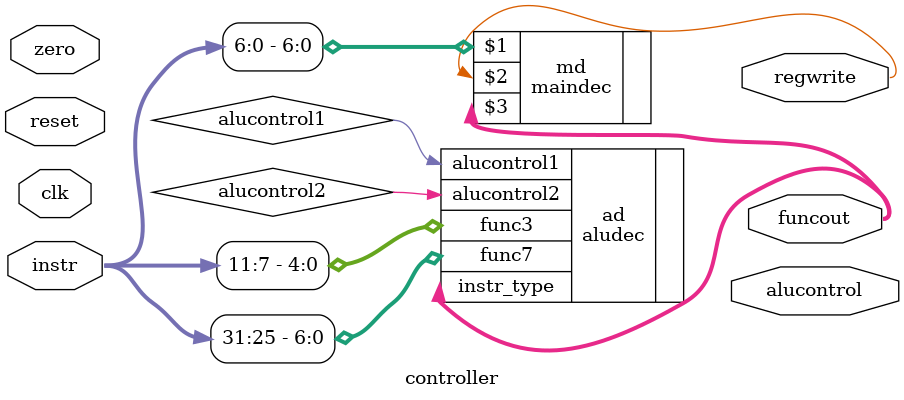
<source format=sv>
`timescale 1ns / 1ps


module controller(
    input logic clk, reset,
    input logic [31:0]instr,
    input logic zero,
    output logic regwrite,
    output logic [3:0]funcout,
    output logic [2:0]alucontrol
    );
    
    maindec md(instr[6:0], regwrite, funcout);
    aludec ad(.func3(instr[11:7]), .func7(instr[31:25]), 
        .instr_type(funcout),
        .alucontrol1(alucontrol1), .alucontrol2(alucontrol2));

    
endmodule

</source>
